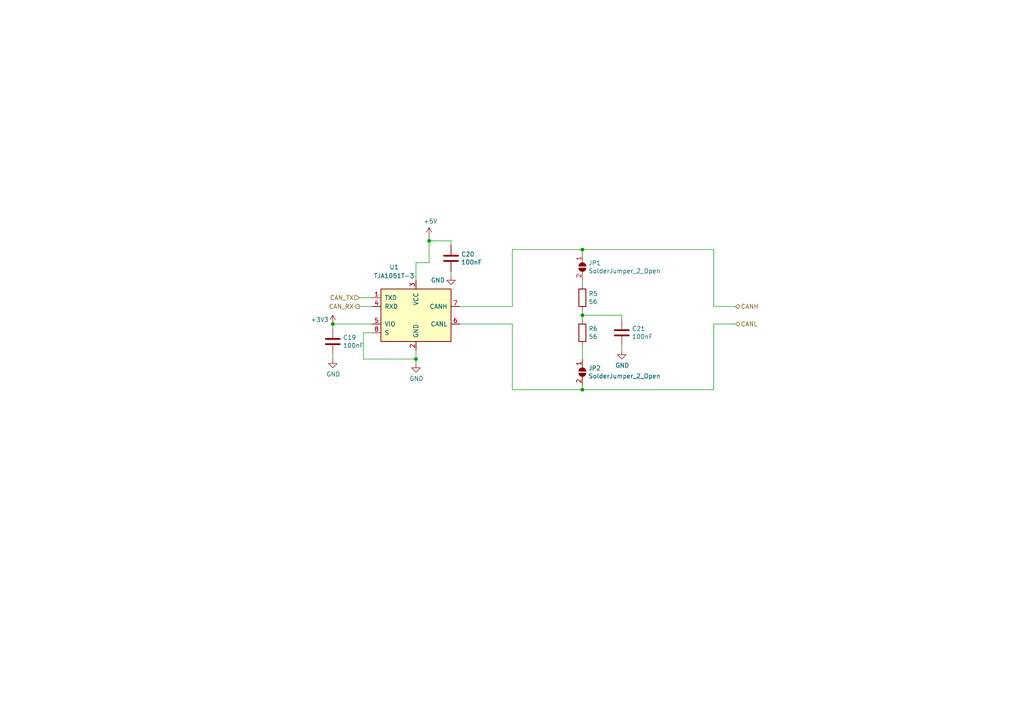
<source format=kicad_sch>
(kicad_sch (version 20211123) (generator eeschema)
  (paper "A4")
  (lib_symbols
    (symbol "Device:C" (pin_numbers hide) (pin_names (offset 0.254))
      (property "Reference" "C" (at 0.635 2.54 0))
      (property "Value" "C" (at 0.635 -2.54 0))
      (symbol "C_0_1"
        (polyline (pts (xy -2.032 -0.762) (xy 2.032 -0.762)) (stroke (width 0.508)))
        (polyline (pts (xy -2.032 0.762) (xy 2.032 0.762)) (stroke (width 0.508)))
      )
      (symbol "C_1_1"
        (pin passive line (at 0 3.81 270) (length 2.794) (name "~") (number "1"))
        (pin passive line (at 0 -3.81 90) (length 2.794) (name "~") (number "2"))
      )
    )
    (symbol "Device:R" (pin_numbers hide) (pin_names (offset 0))
      (property "Reference" "R" (at 2.032 0 90))
      (property "Value" "R" (at 0 0 90))
      (symbol "R_0_1"
        (rectangle (start -1.016 -2.54) (end 1.016 2.54) (stroke (width 0.254)))
      )
      (symbol "R_1_1"
        (pin passive line (at 0 3.81 270) (length 1.27) (name "~") (number "1"))
        (pin passive line (at 0 -3.81 90) (length 1.27) (name "~") (number "2"))
      )
    )
    (symbol "Interface_CAN_LIN:TJA1051T-3" (pin_names (offset 1.016))
      (property "Reference" "U" (at -10.16 8.89 0))
      (property "Value" "TJA1051T-3" (at 1.27 8.89 0))
      (symbol "TJA1051T-3_0_1"
        (rectangle (start -10.16 7.62) (end 10.16 -7.62) (stroke (width 0.254)) (fill (type background)))
      )
      (symbol "TJA1051T-3_1_1"
        (pin input line (at -12.7 5.08 0) (length 2.54) (name "TXD") (number "1"))
        (pin power_in line (at 0 -10.16 90) (length 2.54) (name "GND") (number "2"))
        (pin power_in line (at 0 10.16 270) (length 2.54) (name "VCC") (number "3"))
        (pin output line (at -12.7 2.54 0) (length 2.54) (name "RXD") (number "4"))
        (pin power_in line (at -12.7 -2.54 0) (length 2.54) (name "VIO") (number "5"))
        (pin bidirectional line (at 12.7 -2.54 180) (length 2.54) (name "CANL") (number "6"))
        (pin bidirectional line (at 12.7 2.54 180) (length 2.54) (name "CANH") (number "7"))
        (pin input line (at -12.7 -5.08 0) (length 2.54) (name "S") (number "8"))
      )
    )
    (symbol "Jumper:SolderJumper_2_Open" (pin_names (offset 0) hide)
      (property "Reference" "JP" (at 0 2.032 0))
      (property "Value" "SolderJumper_2_Open" (at 0 -2.54 0))
      (symbol "SolderJumper_2_Open_0_1"
        (arc (start -0.254 1.016) (mid -1.27 0) (end -0.254 -1.016))
        (arc (start -0.254 1.016) (mid -1.27 0) (end -0.254 -1.016) (fill (type outline)))
        (polyline (pts (xy -0.254 1.016) (xy -0.254 -1.016)))
        (polyline (pts (xy 0.254 1.016) (xy 0.254 -1.016)))
        (arc (start 0.254 -1.016) (mid 1.27 0) (end 0.254 1.016))
        (arc (start 0.254 -1.016) (mid 1.27 0) (end 0.254 1.016) (fill (type outline)))
      )
      (symbol "SolderJumper_2_Open_1_1"
        (pin passive line (at -3.81 0 0) (length 2.54) (name "A") (number "1"))
        (pin passive line (at 3.81 0 180) (length 2.54) (name "B") (number "2"))
      )
    )
    (symbol "power:+3.3V" (power) (pin_names (offset 0))
      (property "Value" "+3.3V" (at 0 3.556 0))
      (symbol "+3.3V_0_1"
        (polyline (pts (xy -0.762 1.27) (xy 0 2.54)))
        (polyline (pts (xy 0 0) (xy 0 2.54)))
        (polyline (pts (xy 0 2.54) (xy 0.762 1.27)))
      )
      (symbol "+3.3V_1_1"
        (pin power_in line (at 0 0 90) (length 0) hide (name "+3V3") (number "1"))
      )
    )
    (symbol "power:+5V" (power) (pin_names (offset 0))
      (property "Value" "+5V" (at 0 3.556 0))
      (symbol "+5V_0_1"
        (polyline (pts (xy -0.762 1.27) (xy 0 2.54)))
        (polyline (pts (xy 0 0) (xy 0 2.54)))
        (polyline (pts (xy 0 2.54) (xy 0.762 1.27)))
      )
      (symbol "+5V_1_1"
        (pin power_in line (at 0 0 90) (length 0) hide (name "+5V") (number "1"))
      )
    )
    (symbol "power:GND" (power) (pin_names (offset 0))
      (property "Value" "GND" (at 0 -3.81 0))
      (symbol "GND_0_1"
        (polyline (pts (xy 0 0) (xy 0 -1.27) (xy 1.27 -1.27) (xy 0 -2.54) (xy -1.27 -1.27) (xy 0 -1.27)))
      )
      (symbol "GND_1_1"
        (pin power_in line (at 0 0 270) (length 0) hide (name "GND") (number "1"))
      )
    )
  )
  (junction (at 120.65 104.14))
  (junction (at 168.91 113.03))
  (junction (at 168.91 91.44))
  (junction (at 96.52 93.98))
  (junction (at 124.46 69.85))
  (junction (at 168.91 72.39))
  (wire (pts (xy 207.01 113.03) (xy 207.01 93.98)))
  (wire (pts (xy 124.46 69.85) (xy 124.46 76.2)))
  (wire (pts (xy 207.01 88.9) (xy 213.36 88.9)))
  (wire (pts (xy 168.91 113.03) (xy 207.01 113.03)))
  (wire (pts (xy 168.91 90.17) (xy 168.91 91.44)))
  (wire (pts (xy 207.01 93.98) (xy 213.36 93.98)))
  (wire (pts (xy 120.65 76.2) (xy 120.65 81.28)))
  (wire (pts (xy 148.59 72.39) (xy 168.91 72.39)))
  (wire (pts (xy 96.52 102.87) (xy 96.52 104.14)))
  (wire (pts (xy 96.52 95.25) (xy 96.52 93.98)))
  (wire (pts (xy 120.65 104.14) (xy 120.65 105.41)))
  (wire (pts (xy 207.01 72.39) (xy 207.01 88.9)))
  (wire (pts (xy 168.91 111.76) (xy 168.91 113.03)))
  (wire (pts (xy 120.65 101.6) (xy 120.65 104.14)))
  (wire (pts (xy 96.52 93.98) (xy 107.95 93.98)))
  (wire (pts (xy 180.34 91.44) (xy 168.91 91.44)))
  (wire (pts (xy 180.34 101.6) (xy 180.34 100.33)))
  (wire (pts (xy 168.91 73.66) (xy 168.91 72.39)))
  (wire (pts (xy 107.95 88.9) (xy 104.14 88.9)))
  (wire (pts (xy 130.81 71.12) (xy 130.81 69.85)))
  (wire (pts (xy 133.35 93.98) (xy 148.59 93.98)))
  (wire (pts (xy 130.81 69.85) (xy 124.46 69.85)))
  (wire (pts (xy 180.34 92.71) (xy 180.34 91.44)))
  (wire (pts (xy 148.59 93.98) (xy 148.59 113.03)))
  (wire (pts (xy 124.46 76.2) (xy 120.65 76.2)))
  (wire (pts (xy 168.91 100.33) (xy 168.91 104.14)))
  (wire (pts (xy 105.41 104.14) (xy 120.65 104.14)))
  (wire (pts (xy 148.59 113.03) (xy 168.91 113.03)))
  (wire (pts (xy 168.91 72.39) (xy 207.01 72.39)))
  (wire (pts (xy 105.41 96.52) (xy 105.41 104.14)))
  (wire (pts (xy 148.59 72.39) (xy 148.59 88.9)))
  (wire (pts (xy 124.46 68.58) (xy 124.46 69.85)))
  (wire (pts (xy 133.35 88.9) (xy 148.59 88.9)))
  (wire (pts (xy 107.95 96.52) (xy 105.41 96.52)))
  (wire (pts (xy 107.95 86.36) (xy 104.14 86.36)))
  (wire (pts (xy 130.81 78.74) (xy 130.81 80.01)))
  (wire (pts (xy 168.91 81.28) (xy 168.91 82.55)))
  (wire (pts (xy 168.91 91.44) (xy 168.91 92.71)))
  (hierarchical_label "CAN_TX" (shape input) (at 104.14 86.36 180))
  (hierarchical_label "CANH" (shape bidirectional) (at 213.36 88.9 0))
  (hierarchical_label "CANL" (shape bidirectional) (at 213.36 93.98 0))
  (hierarchical_label "CAN_RX" (shape output) (at 104.14 88.9 180))
  (symbol (lib_id "Device:R") (at 168.91 86.36 0) (unit 1)
    (property "Reference" "R5" (at 170.688 85.1916 0) (effects (justify left)))
    (property "Value" "56" (at 170.688 87.503 0) (effects (justify left)))
    (property "Footprint" "Resistor_SMD:R_0603_1608Metric" (effects hide))
    (property "LCSC Part #" "C25196" (effects hide))
  )
  (symbol (lib_id "Device:R") (at 168.91 96.52 0) (unit 1)
    (property "Reference" "R6" (at 170.688 95.3516 0) (effects (justify left)))
    (property "Value" "56" (at 170.688 97.663 0) (effects (justify left)))
    (property "Footprint" "Resistor_SMD:R_0603_1608Metric" (effects hide))
    (property "LCSC Part #" "C25196" (effects hide))
  )
  (symbol (lib_id "Device:C") (at 180.34 96.52 0) (unit 1)
    (property "Reference" "C21" (at 183.261 95.3516 0) (effects (justify left)))
    (property "Value" "100nF" (at 183.261 97.663 0) (effects (justify left)))
    (property "Footprint" "Capacitor_SMD:C_0603_1608Metric" (effects hide))
    (property "LCSC Part #" "C14663" (effects hide))
  )
  (symbol (lib_id "Jumper:SolderJumper_2_Open") (at 168.91 77.47 270) (unit 1)
    (property "Reference" "JP1" (at 170.6372 76.3016 90) (effects (justify left)))
    (property "Value" "SolderJumper_2_Open" (at 170.6372 78.613 90) (effects (justify left)))
    (property "Footprint" "Jumper:SolderJumper-2_P1.3mm_Open_RoundedPad1.0x1.5mm" (effects hide))
    (property "place" "dnp" (effects hide))
  )
  (symbol (lib_id "Jumper:SolderJumper_2_Open") (at 168.91 107.95 270) (unit 1)
    (property "Reference" "JP2" (at 170.6372 106.7816 90) (effects (justify left)))
    (property "Value" "SolderJumper_2_Open" (at 170.6372 109.093 90) (effects (justify left)))
    (property "Footprint" "Jumper:SolderJumper-2_P1.3mm_Open_RoundedPad1.0x1.5mm" (effects hide))
    (property "place" "dnp" (effects hide))
  )
  (symbol (lib_id "power:GND") (at 180.34 101.6 0) (unit 1)
    (property "Reference" "#PWR021" (effects hide))
    (property "Value" "GND" (at 180.467 105.9942 0))
  )
  (symbol (lib_id "power:GND") (at 120.65 105.41 0) (unit 1)
    (property "Reference" "#PWR018" (effects hide))
    (property "Value" "GND" (at 120.777 109.8042 0))
  )
  (symbol (lib_id "power:+3.3V") (at 96.52 93.98 0) (unit 1)
    (property "Reference" "#PWR016" (effects hide))
    (property "Value" "+3.3V" (at 92.71 92.71 0))
  )
  (symbol (lib_id "power:+5V") (at 124.46 68.58 0) (unit 1)
    (property "Reference" "#PWR019" (effects hide))
    (property "Value" "+5V" (at 124.841 64.1858 0))
  )
  (symbol (lib_id "Device:C") (at 96.52 99.06 0) (unit 1)
    (property "Reference" "C19" (at 99.441 97.8916 0) (effects (justify left)))
    (property "Value" "100nF" (at 99.441 100.203 0) (effects (justify left)))
    (property "Footprint" "Capacitor_SMD:C_0603_1608Metric" (effects hide))
    (property "LCSC Part #" "C14663" (effects hide))
  )
  (symbol (lib_id "Device:C") (at 130.81 74.93 0) (unit 1)
    (property "Reference" "C20" (at 133.731 73.7616 0) (effects (justify left)))
    (property "Value" "100nF" (at 133.731 76.073 0) (effects (justify left)))
    (property "Footprint" "Capacitor_SMD:C_0603_1608Metric" (effects hide))
    (property "LCSC Part #" "C14663" (effects hide))
  )
  (symbol (lib_id "power:GND") (at 96.52 104.14 0) (unit 1)
    (property "Reference" "#PWR017" (effects hide))
    (property "Value" "GND" (at 96.647 108.5342 0))
  )
  (symbol (lib_id "power:GND") (at 130.81 80.01 0) (unit 1)
    (property "Reference" "#PWR020" (effects hide))
    (property "Value" "GND" (at 127 81.28 0))
  )
  (symbol (lib_id "Interface_CAN_LIN:TJA1051T-3") (at 120.65 91.44 0) (unit 1)
    (property "Reference" "U1" (at 114.3 77.47 0))
    (property "Value" "TJA1051T-3" (at 114.3 80.01 0))
    (property "Footprint" "Package_SO:SOIC-8_3.9x4.9mm_P1.27mm" (effects hide))
    (property "Datasheet" "http://www.nxp.com/documents/data_sheet/TJA1051.pdf" (effects hide))
    (property "LCSC Part #" "C38695" (effects hide))
  )
)
</source>
